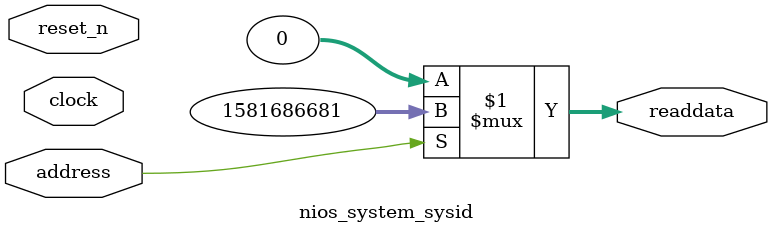
<source format=v>

`timescale 1ns / 1ps
// synthesis translate_on

// turn off superfluous verilog processor warnings 
// altera message_level Level1 
// altera message_off 10034 10035 10036 10037 10230 10240 10030 

module nios_system_sysid (
               // inputs:
                address,
                clock,
                reset_n,

               // outputs:
                readdata
             )
;

  output  [ 31: 0] readdata;
  input            address;
  input            clock;
  input            reset_n;

  wire    [ 31: 0] readdata;
  //control_slave, which is an e_avalon_slave
  assign readdata = address ? 1581686681 : 0;

endmodule




</source>
